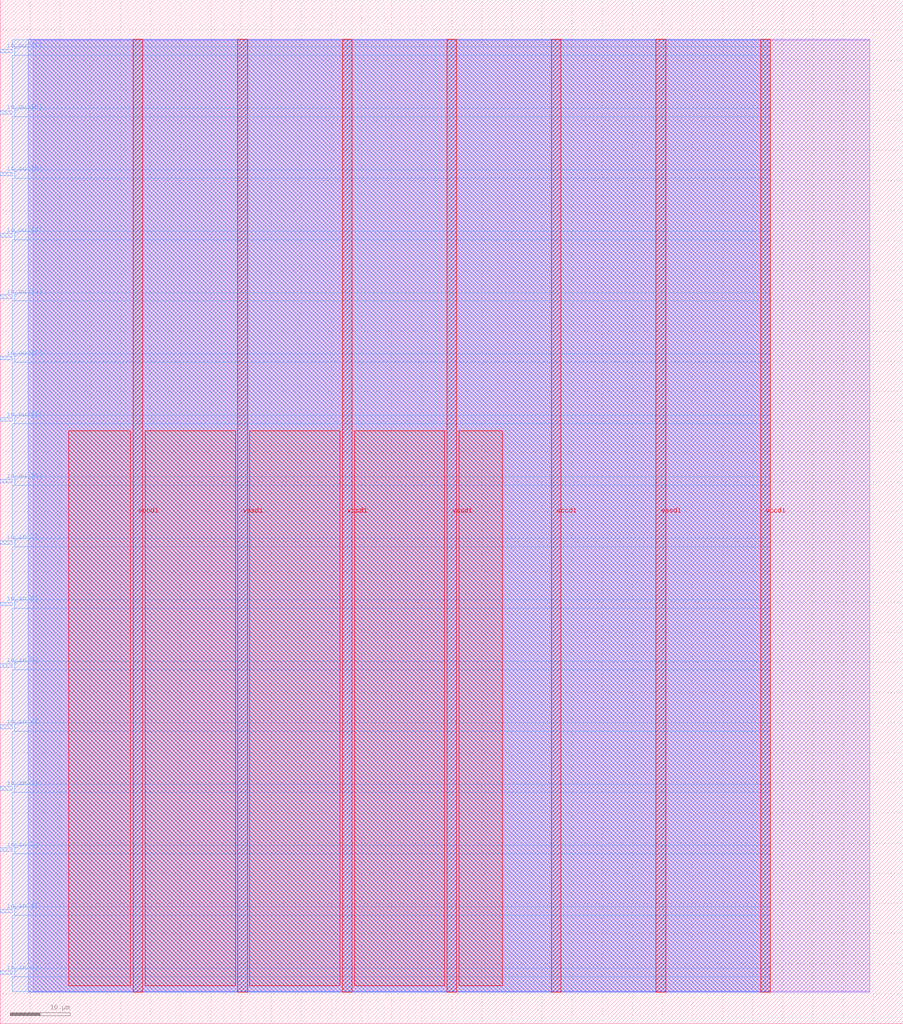
<source format=lef>
VERSION 5.7 ;
  NOWIREEXTENSIONATPIN ON ;
  DIVIDERCHAR "/" ;
  BUSBITCHARS "[]" ;
MACRO stevenmburns_toplevel
  CLASS BLOCK ;
  FOREIGN stevenmburns_toplevel ;
  ORIGIN 0.000 0.000 ;
  SIZE 150.000 BY 170.000 ;
  PIN io_in[0]
    DIRECTION INPUT ;
    USE SIGNAL ;
    PORT
      LAYER met3 ;
        RECT 0.000 8.200 2.000 8.800 ;
    END
  END io_in[0]
  PIN io_in[1]
    DIRECTION INPUT ;
    USE SIGNAL ;
    PORT
      LAYER met3 ;
        RECT 0.000 18.400 2.000 19.000 ;
    END
  END io_in[1]
  PIN io_in[2]
    DIRECTION INPUT ;
    USE SIGNAL ;
    PORT
      LAYER met3 ;
        RECT 0.000 28.600 2.000 29.200 ;
    END
  END io_in[2]
  PIN io_in[3]
    DIRECTION INPUT ;
    USE SIGNAL ;
    PORT
      LAYER met3 ;
        RECT 0.000 38.800 2.000 39.400 ;
    END
  END io_in[3]
  PIN io_in[4]
    DIRECTION INPUT ;
    USE SIGNAL ;
    PORT
      LAYER met3 ;
        RECT 0.000 49.000 2.000 49.600 ;
    END
  END io_in[4]
  PIN io_in[5]
    DIRECTION INPUT ;
    USE SIGNAL ;
    PORT
      LAYER met3 ;
        RECT 0.000 59.200 2.000 59.800 ;
    END
  END io_in[5]
  PIN io_in[6]
    DIRECTION INPUT ;
    USE SIGNAL ;
    PORT
      LAYER met3 ;
        RECT 0.000 69.400 2.000 70.000 ;
    END
  END io_in[6]
  PIN io_in[7]
    DIRECTION INPUT ;
    USE SIGNAL ;
    PORT
      LAYER met3 ;
        RECT 0.000 79.600 2.000 80.200 ;
    END
  END io_in[7]
  PIN io_out[0]
    DIRECTION OUTPUT TRISTATE ;
    USE SIGNAL ;
    PORT
      LAYER met3 ;
        RECT 0.000 89.800 2.000 90.400 ;
    END
  END io_out[0]
  PIN io_out[1]
    DIRECTION OUTPUT TRISTATE ;
    USE SIGNAL ;
    PORT
      LAYER met3 ;
        RECT 0.000 100.000 2.000 100.600 ;
    END
  END io_out[1]
  PIN io_out[2]
    DIRECTION OUTPUT TRISTATE ;
    USE SIGNAL ;
    PORT
      LAYER met3 ;
        RECT 0.000 110.200 2.000 110.800 ;
    END
  END io_out[2]
  PIN io_out[3]
    DIRECTION OUTPUT TRISTATE ;
    USE SIGNAL ;
    PORT
      LAYER met3 ;
        RECT 0.000 120.400 2.000 121.000 ;
    END
  END io_out[3]
  PIN io_out[4]
    DIRECTION OUTPUT TRISTATE ;
    USE SIGNAL ;
    PORT
      LAYER met3 ;
        RECT 0.000 130.600 2.000 131.200 ;
    END
  END io_out[4]
  PIN io_out[5]
    DIRECTION OUTPUT TRISTATE ;
    USE SIGNAL ;
    PORT
      LAYER met3 ;
        RECT 0.000 140.800 2.000 141.400 ;
    END
  END io_out[5]
  PIN io_out[6]
    DIRECTION OUTPUT TRISTATE ;
    USE SIGNAL ;
    PORT
      LAYER met3 ;
        RECT 0.000 151.000 2.000 151.600 ;
    END
  END io_out[6]
  PIN io_out[7]
    DIRECTION OUTPUT TRISTATE ;
    USE SIGNAL ;
    PORT
      LAYER met3 ;
        RECT 0.000 161.200 2.000 161.800 ;
    END
  END io_out[7]
  PIN vccd1
    DIRECTION INOUT ;
    USE POWER ;
    PORT
      LAYER met4 ;
        RECT 22.090 5.200 23.690 163.440 ;
    END
    PORT
      LAYER met4 ;
        RECT 56.830 5.200 58.430 163.440 ;
    END
    PORT
      LAYER met4 ;
        RECT 91.570 5.200 93.170 163.440 ;
    END
    PORT
      LAYER met4 ;
        RECT 126.310 5.200 127.910 163.440 ;
    END
  END vccd1
  PIN vssd1
    DIRECTION INOUT ;
    USE GROUND ;
    PORT
      LAYER met4 ;
        RECT 39.460 5.200 41.060 163.440 ;
    END
    PORT
      LAYER met4 ;
        RECT 74.200 5.200 75.800 163.440 ;
    END
    PORT
      LAYER met4 ;
        RECT 108.940 5.200 110.540 163.440 ;
    END
  END vssd1
  OBS
      LAYER li1 ;
        RECT 5.520 5.355 144.440 163.285 ;
      LAYER met1 ;
        RECT 4.670 5.200 144.440 163.440 ;
      LAYER met2 ;
        RECT 4.690 5.255 127.880 163.385 ;
      LAYER met3 ;
        RECT 2.000 162.200 127.900 163.365 ;
        RECT 2.400 160.800 127.900 162.200 ;
        RECT 2.000 152.000 127.900 160.800 ;
        RECT 2.400 150.600 127.900 152.000 ;
        RECT 2.000 141.800 127.900 150.600 ;
        RECT 2.400 140.400 127.900 141.800 ;
        RECT 2.000 131.600 127.900 140.400 ;
        RECT 2.400 130.200 127.900 131.600 ;
        RECT 2.000 121.400 127.900 130.200 ;
        RECT 2.400 120.000 127.900 121.400 ;
        RECT 2.000 111.200 127.900 120.000 ;
        RECT 2.400 109.800 127.900 111.200 ;
        RECT 2.000 101.000 127.900 109.800 ;
        RECT 2.400 99.600 127.900 101.000 ;
        RECT 2.000 90.800 127.900 99.600 ;
        RECT 2.400 89.400 127.900 90.800 ;
        RECT 2.000 80.600 127.900 89.400 ;
        RECT 2.400 79.200 127.900 80.600 ;
        RECT 2.000 70.400 127.900 79.200 ;
        RECT 2.400 69.000 127.900 70.400 ;
        RECT 2.000 60.200 127.900 69.000 ;
        RECT 2.400 58.800 127.900 60.200 ;
        RECT 2.000 50.000 127.900 58.800 ;
        RECT 2.400 48.600 127.900 50.000 ;
        RECT 2.000 39.800 127.900 48.600 ;
        RECT 2.400 38.400 127.900 39.800 ;
        RECT 2.000 29.600 127.900 38.400 ;
        RECT 2.400 28.200 127.900 29.600 ;
        RECT 2.000 19.400 127.900 28.200 ;
        RECT 2.400 18.000 127.900 19.400 ;
        RECT 2.000 9.200 127.900 18.000 ;
        RECT 2.400 7.800 127.900 9.200 ;
        RECT 2.000 5.275 127.900 7.800 ;
      LAYER met4 ;
        RECT 11.335 6.295 21.690 98.425 ;
        RECT 24.090 6.295 39.060 98.425 ;
        RECT 41.460 6.295 56.430 98.425 ;
        RECT 58.830 6.295 73.800 98.425 ;
        RECT 76.200 6.295 83.425 98.425 ;
  END
END stevenmburns_toplevel
END LIBRARY


</source>
